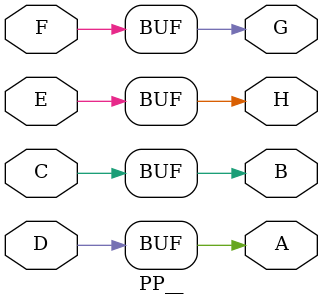
<source format=v>
module PP__ ( D, A, C, B, E, H, F, G );
//            U  U  U  U  U  U  U  U
  input D, C, E, F;
  output A, B, H, G;

  // Emitter follower: DE
  // Drawing 729891, production drawing 371375.

  assign A = D;
  assign B = C;
  assign H = E;
  assign G = F;

endmodule

</source>
